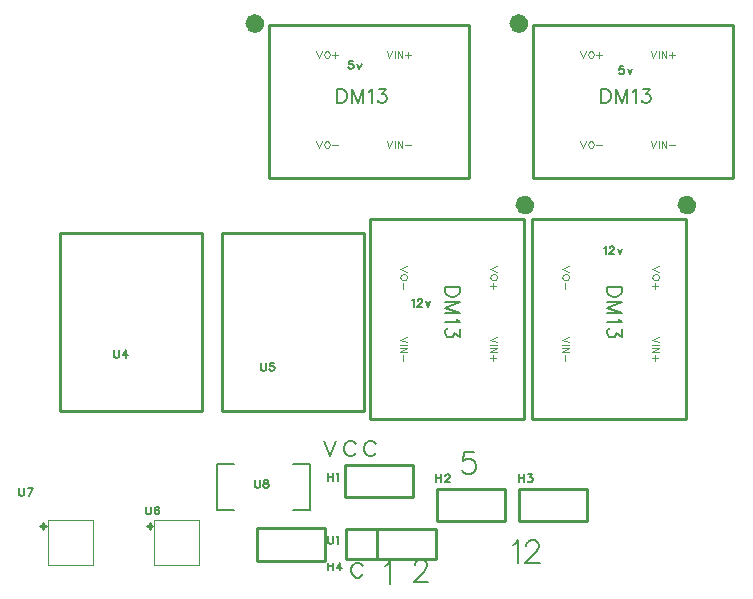
<source format=gto>
G04 Layer: TopSilkscreenLayer*
G04 EasyEDA Pro v2.2.32.3, 2024-10-26 20:26:31*
G04 Gerber Generator version 0.3*
G04 Scale: 100 percent, Rotated: No, Reflected: No*
G04 Dimensions in millimeters*
G04 Leading zeros omitted, absolute positions, 3 integers and 5 decimals*
%FSLAX35Y35*%
%MOMM*%
%ADD10C,0.203*%
%ADD11C,0.1524*%
%ADD12C,0.09906*%
%ADD13C,0.2032*%
%ADD14C,0.254*%
%ADD15C,0.1*%
%ADD16C,1.0061*%
%ADD17C,1.00076*%
G75*


G04 Text Start*
G54D10*
G01X7330440Y1630680D02*
G01X7312660Y1648460D01*
G01X7294880Y1657350D01*
G01X7268210Y1657350D01*
G01X7250430Y1648460D01*
G01X7232650Y1630680D01*
G01X7223760Y1604010D01*
G01X7223760Y1586230D01*
G01X7232650Y1559560D01*
G01X7250430Y1541780D01*
G01X7268210Y1532890D01*
G01X7294880Y1532890D01*
G01X7312660Y1541780D01*
G01X7330440Y1559560D01*
G01X7515860Y1633220D02*
G01X7533640Y1642110D01*
G01X7560310Y1668780D01*
G01X7560310Y1482090D01*
G01X7766050Y1637030D02*
G01X7766050Y1645920D01*
G01X7774940Y1663700D01*
G01X7783830Y1672590D01*
G01X7801610Y1681480D01*
G01X7837170Y1681480D01*
G01X7854950Y1672590D01*
G01X7863840Y1663700D01*
G01X7872730Y1645920D01*
G01X7872730Y1628140D01*
G01X7863840Y1610360D01*
G01X7846060Y1583690D01*
G01X7757160Y1494790D01*
G01X7881620Y1494790D01*
G01X8595360Y1811020D02*
G01X8613140Y1819910D01*
G01X8639810Y1846580D01*
G01X8639810Y1659890D01*
G01X8711692Y1802130D02*
G01X8711692Y1811020D01*
G01X8720582Y1828800D01*
G01X8729472Y1837690D01*
G01X8747252Y1846580D01*
G01X8782812Y1846580D01*
G01X8800592Y1837690D01*
G01X8809482Y1828800D01*
G01X8818372Y1811020D01*
G01X8818372Y1793240D01*
G01X8809482Y1775460D01*
G01X8791702Y1748790D01*
G01X8702802Y1659890D01*
G01X8827262Y1659890D01*
G01X8270240Y2595880D02*
G01X8181340Y2595880D01*
G01X8172450Y2515870D01*
G01X8181340Y2524760D01*
G01X8208010Y2533650D01*
G01X8234680Y2533650D01*
G01X8261350Y2524760D01*
G01X8279130Y2506980D01*
G01X8288020Y2480310D01*
G01X8288020Y2462530D01*
G01X8279130Y2435860D01*
G01X8261350Y2418080D01*
G01X8234680Y2409190D01*
G01X8208010Y2409190D01*
G01X8181340Y2418080D01*
G01X8172450Y2426970D01*
G01X8163560Y2444750D01*
G01X6995160Y2686050D02*
G01X7048500Y2561590D01*
G01X7101840Y2686050D02*
G01X7048500Y2561590D01*
G01X7271512Y2659380D02*
G01X7253732Y2677160D01*
G01X7235952Y2686050D01*
G01X7209282Y2686050D01*
G01X7191502Y2677160D01*
G01X7173722Y2659380D01*
G01X7164832Y2632710D01*
G01X7164832Y2614930D01*
G01X7173722Y2588260D01*
G01X7191502Y2570480D01*
G01X7209282Y2561590D01*
G01X7235952Y2561590D01*
G01X7253732Y2570480D01*
G01X7271512Y2588260D01*
G01X7441184Y2659380D02*
G01X7423404Y2677160D01*
G01X7405624Y2686050D01*
G01X7378954Y2686050D01*
G01X7361174Y2677160D01*
G01X7343394Y2659380D01*
G01X7334504Y2632710D01*
G01X7334504Y2614930D01*
G01X7343394Y2588260D01*
G01X7361174Y2570480D01*
G01X7378954Y2561590D01*
G01X7405624Y2561590D01*
G01X7423404Y2570480D01*
G01X7441184Y2588260D01*
G54D11*
G01X7030720Y2418334D02*
G01X7030720Y2353310D01*
G01X7074154Y2418334D02*
G01X7074154Y2353310D01*
G01X7030720Y2387346D02*
G01X7074154Y2387346D01*
G01X7104380Y2405888D02*
G01X7110476Y2409190D01*
G01X7119620Y2418334D01*
G01X7119620Y2353310D01*
G01X7949209Y2405939D02*
G01X7949209Y2340915D01*
G01X7992643Y2405939D02*
G01X7992643Y2340915D01*
G01X7949209Y2374951D02*
G01X7992643Y2374951D01*
G01X8025917Y2390445D02*
G01X8025917Y2393493D01*
G01X8028965Y2399843D01*
G01X8032013Y2402891D01*
G01X8038109Y2405939D01*
G01X8050555Y2405939D01*
G01X8056905Y2402891D01*
G01X8059953Y2399843D01*
G01X8063001Y2393493D01*
G01X8063001Y2387397D01*
G01X8059953Y2381301D01*
G01X8053603Y2371903D01*
G01X8022869Y2340915D01*
G01X8066049Y2340915D01*
G01X8647709Y2405939D02*
G01X8647709Y2340915D01*
G01X8691143Y2405939D02*
G01X8691143Y2340915D01*
G01X8647709Y2374951D02*
G01X8691143Y2374951D01*
G01X8727465Y2405939D02*
G01X8761501Y2405939D01*
G01X8742959Y2381301D01*
G01X8752103Y2381301D01*
G01X8758453Y2378253D01*
G01X8761501Y2374951D01*
G01X8764549Y2365807D01*
G01X8764549Y2359457D01*
G01X8761501Y2350313D01*
G01X8755405Y2343963D01*
G01X8746007Y2340915D01*
G01X8736609Y2340915D01*
G01X8727465Y2343963D01*
G01X8724417Y2347265D01*
G01X8721369Y2353361D01*
G01X7033006Y1658620D02*
G01X7033006Y1593596D01*
G01X7076440Y1658620D02*
G01X7076440Y1593596D01*
G01X7033006Y1627632D02*
G01X7076440Y1627632D01*
G01X7137400Y1658620D02*
G01X7106666Y1615440D01*
G01X7152894Y1615440D01*
G01X7137400Y1658620D02*
G01X7137400Y1593596D01*
G01X7030720Y1884934D02*
G01X7030720Y1838452D01*
G01X7033768Y1829308D01*
G01X7040118Y1822958D01*
G01X7049262Y1819910D01*
G01X7055612Y1819910D01*
G01X7064756Y1822958D01*
G01X7070852Y1829308D01*
G01X7074154Y1838452D01*
G01X7074154Y1884934D01*
G01X7104380Y1872488D02*
G01X7110476Y1875790D01*
G01X7119620Y1884934D01*
G01X7119620Y1819910D01*
G54D12*
G01X6932930Y5989320D02*
G01X6955282Y5930138D01*
G01X6977888Y5989320D02*
G01X6955282Y5930138D01*
G01X7018274Y5989320D02*
G01X7012686Y5986526D01*
G01X7006844Y5980938D01*
G01X7004050Y5975350D01*
G01X7001256Y5966714D01*
G01X7001256Y5952744D01*
G01X7004050Y5944362D01*
G01X7006844Y5938520D01*
G01X7012686Y5932932D01*
G01X7018274Y5930138D01*
G01X7029450Y5930138D01*
G01X7035038Y5932932D01*
G01X7040880Y5938520D01*
G01X7043674Y5944362D01*
G01X7046468Y5952744D01*
G01X7046468Y5966714D01*
G01X7043674Y5975350D01*
G01X7040880Y5980938D01*
G01X7035038Y5986526D01*
G01X7029450Y5989320D01*
G01X7018274Y5989320D01*
G01X7095236Y5980938D02*
G01X7095236Y5930138D01*
G01X7069836Y5955538D02*
G01X7120636Y5955538D01*
G01X7529830Y5989320D02*
G01X7552182Y5930138D01*
G01X7574788Y5989320D02*
G01X7552182Y5930138D01*
G01X7598156Y5989320D02*
G01X7598156Y5930138D01*
G01X7621778Y5989320D02*
G01X7621778Y5930138D01*
G01X7621778Y5989320D02*
G01X7661148Y5930138D01*
G01X7661148Y5989320D02*
G01X7661148Y5930138D01*
G01X7709916Y5980938D02*
G01X7709916Y5930138D01*
G01X7684516Y5955538D02*
G01X7735316Y5955538D01*
G54D13*
G01X7109460Y5669280D02*
G01X7109460Y5549138D01*
G01X7109460Y5669280D02*
G01X7149592Y5669280D01*
G01X7166610Y5663438D01*
G01X7178040Y5652008D01*
G01X7183882Y5640578D01*
G01X7189470Y5623560D01*
G01X7189470Y5594858D01*
G01X7183882Y5577840D01*
G01X7178040Y5566410D01*
G01X7166610Y5554980D01*
G01X7149592Y5549138D01*
G01X7109460Y5549138D01*
G01X7237222Y5669280D02*
G01X7237222Y5549138D01*
G01X7237222Y5669280D02*
G01X7282942Y5549138D01*
G01X7328662Y5669280D02*
G01X7282942Y5549138D01*
G01X7328662Y5669280D02*
G01X7328662Y5549138D01*
G01X7376414Y5646420D02*
G01X7387844Y5652008D01*
G01X7405116Y5669280D01*
G01X7405116Y5549138D01*
G01X7464298Y5669280D02*
G01X7527290Y5669280D01*
G01X7493000Y5623560D01*
G01X7510018Y5623560D01*
G01X7521448Y5617718D01*
G01X7527290Y5612130D01*
G01X7532878Y5594858D01*
G01X7532878Y5583428D01*
G01X7527290Y5566410D01*
G01X7515860Y5554980D01*
G01X7498588Y5549138D01*
G01X7481570Y5549138D01*
G01X7464298Y5554980D01*
G01X7458710Y5560568D01*
G01X7452868Y5571998D01*
G54D12*
G01X6932930Y5227320D02*
G01X6955282Y5168138D01*
G01X6977888Y5227320D02*
G01X6955282Y5168138D01*
G01X7018274Y5227320D02*
G01X7012686Y5224526D01*
G01X7006844Y5218938D01*
G01X7004050Y5213350D01*
G01X7001256Y5204714D01*
G01X7001256Y5190744D01*
G01X7004050Y5182362D01*
G01X7006844Y5176520D01*
G01X7012686Y5170932D01*
G01X7018274Y5168138D01*
G01X7029450Y5168138D01*
G01X7035038Y5170932D01*
G01X7040880Y5176520D01*
G01X7043674Y5182362D01*
G01X7046468Y5190744D01*
G01X7046468Y5204714D01*
G01X7043674Y5213350D01*
G01X7040880Y5218938D01*
G01X7035038Y5224526D01*
G01X7029450Y5227320D01*
G01X7018274Y5227320D01*
G01X7069836Y5193538D02*
G01X7120636Y5193538D01*
G01X7529830Y5227320D02*
G01X7552182Y5168138D01*
G01X7574788Y5227320D02*
G01X7552182Y5168138D01*
G01X7598156Y5227320D02*
G01X7598156Y5168138D01*
G01X7621778Y5227320D02*
G01X7621778Y5168138D01*
G01X7621778Y5227320D02*
G01X7661148Y5168138D01*
G01X7661148Y5227320D02*
G01X7661148Y5168138D01*
G01X7684516Y5193538D02*
G01X7735316Y5193538D01*
G54D11*
G01X7242404Y5905437D02*
G01X7211416Y5905437D01*
G01X7208368Y5877751D01*
G01X7211416Y5880799D01*
G01X7220814Y5883847D01*
G01X7230212Y5883847D01*
G01X7239356Y5880799D01*
G01X7245452Y5874449D01*
G01X7248754Y5865305D01*
G01X7248754Y5858955D01*
G01X7245452Y5849811D01*
G01X7239356Y5843461D01*
G01X7230212Y5840413D01*
G01X7220814Y5840413D01*
G01X7211416Y5843461D01*
G01X7208368Y5846763D01*
G01X7205320Y5852859D01*
G01X7278980Y5883847D02*
G01X7297522Y5840413D01*
G01X7316064Y5883847D02*
G01X7297522Y5840413D01*
G54D12*
G01X8465820Y4166870D02*
G01X8406638Y4144518D01*
G01X8465820Y4121912D02*
G01X8406638Y4144518D01*
G01X8465820Y4081526D02*
G01X8463026Y4087114D01*
G01X8457438Y4092956D01*
G01X8451850Y4095750D01*
G01X8443214Y4098544D01*
G01X8429244Y4098544D01*
G01X8420862Y4095750D01*
G01X8415020Y4092956D01*
G01X8409432Y4087114D01*
G01X8406638Y4081526D01*
G01X8406638Y4070350D01*
G01X8409432Y4064762D01*
G01X8415020Y4058920D01*
G01X8420862Y4056126D01*
G01X8429244Y4053332D01*
G01X8443214Y4053332D01*
G01X8451850Y4056126D01*
G01X8457438Y4058920D01*
G01X8463026Y4064762D01*
G01X8465820Y4070350D01*
G01X8465820Y4081526D01*
G01X8457438Y4004564D02*
G01X8406638Y4004564D01*
G01X8432038Y4029964D02*
G01X8432038Y3979164D01*
G01X8465820Y3569970D02*
G01X8406638Y3547618D01*
G01X8465820Y3525012D02*
G01X8406638Y3547618D01*
G01X8465820Y3501644D02*
G01X8406638Y3501644D01*
G01X8465820Y3478022D02*
G01X8406638Y3478022D01*
G01X8465820Y3478022D02*
G01X8406638Y3438652D01*
G01X8465820Y3438652D02*
G01X8406638Y3438652D01*
G01X8457438Y3389884D02*
G01X8406638Y3389884D01*
G01X8432038Y3415284D02*
G01X8432038Y3364484D01*
G54D13*
G01X8145780Y3990340D02*
G01X8025638Y3990340D01*
G01X8145780Y3990340D02*
G01X8145780Y3950208D01*
G01X8139938Y3933190D01*
G01X8128508Y3921760D01*
G01X8117078Y3915918D01*
G01X8100060Y3910330D01*
G01X8071358Y3910330D01*
G01X8054340Y3915918D01*
G01X8042910Y3921760D01*
G01X8031480Y3933190D01*
G01X8025638Y3950208D01*
G01X8025638Y3990340D01*
G01X8145780Y3862578D02*
G01X8025638Y3862578D01*
G01X8145780Y3862578D02*
G01X8025638Y3816858D01*
G01X8145780Y3771138D02*
G01X8025638Y3816858D01*
G01X8145780Y3771138D02*
G01X8025638Y3771138D01*
G01X8122920Y3723386D02*
G01X8128508Y3711956D01*
G01X8145780Y3694684D01*
G01X8025638Y3694684D01*
G01X8145780Y3635502D02*
G01X8145780Y3572510D01*
G01X8100060Y3606800D01*
G01X8100060Y3589782D01*
G01X8094218Y3578352D01*
G01X8088630Y3572510D01*
G01X8071358Y3566922D01*
G01X8059928Y3566922D01*
G01X8042910Y3572510D01*
G01X8031480Y3583940D01*
G01X8025638Y3601212D01*
G01X8025638Y3618230D01*
G01X8031480Y3635502D01*
G01X8037068Y3641090D01*
G01X8048498Y3646932D01*
G54D12*
G01X7703820Y4166870D02*
G01X7644638Y4144518D01*
G01X7703820Y4121912D02*
G01X7644638Y4144518D01*
G01X7703820Y4081526D02*
G01X7701026Y4087114D01*
G01X7695438Y4092956D01*
G01X7689850Y4095750D01*
G01X7681214Y4098544D01*
G01X7667244Y4098544D01*
G01X7658862Y4095750D01*
G01X7653020Y4092956D01*
G01X7647432Y4087114D01*
G01X7644638Y4081526D01*
G01X7644638Y4070350D01*
G01X7647432Y4064762D01*
G01X7653020Y4058920D01*
G01X7658862Y4056126D01*
G01X7667244Y4053332D01*
G01X7681214Y4053332D01*
G01X7689850Y4056126D01*
G01X7695438Y4058920D01*
G01X7701026Y4064762D01*
G01X7703820Y4070350D01*
G01X7703820Y4081526D01*
G01X7670038Y4029964D02*
G01X7670038Y3979164D01*
G01X7703820Y3569970D02*
G01X7644638Y3547618D01*
G01X7703820Y3525012D02*
G01X7644638Y3547618D01*
G01X7703820Y3501644D02*
G01X7644638Y3501644D01*
G01X7703820Y3478022D02*
G01X7644638Y3478022D01*
G01X7703820Y3478022D02*
G01X7644638Y3438652D01*
G01X7703820Y3438652D02*
G01X7644638Y3438652D01*
G01X7670038Y3415284D02*
G01X7670038Y3364484D01*
G54D11*
G01X7741920Y3879088D02*
G01X7748016Y3882390D01*
G01X7757414Y3891534D01*
G01X7757414Y3826510D01*
G01X7790688Y3876040D02*
G01X7790688Y3879088D01*
G01X7793736Y3885438D01*
G01X7796784Y3888486D01*
G01X7802880Y3891534D01*
G01X7815326Y3891534D01*
G01X7821676Y3888486D01*
G01X7824724Y3885438D01*
G01X7827772Y3879088D01*
G01X7827772Y3872992D01*
G01X7824724Y3866896D01*
G01X7818374Y3857498D01*
G01X7787640Y3826510D01*
G01X7830820Y3826510D01*
G01X7861046Y3869944D02*
G01X7879588Y3826510D01*
G01X7898130Y3869944D02*
G01X7879588Y3826510D01*
G01X5219192Y3459734D02*
G01X5219192Y3413252D01*
G01X5222240Y3404108D01*
G01X5228590Y3397758D01*
G01X5237734Y3394710D01*
G01X5244084Y3394710D01*
G01X5253228Y3397758D01*
G01X5259324Y3404108D01*
G01X5262626Y3413252D01*
G01X5262626Y3459734D01*
G01X5323586Y3459734D02*
G01X5292852Y3416554D01*
G01X5339080Y3416554D01*
G01X5323586Y3459734D02*
G01X5323586Y3394710D01*
G01X6463030Y3349244D02*
G01X6463030Y3302762D01*
G01X6466078Y3293618D01*
G01X6472428Y3287268D01*
G01X6481572Y3284220D01*
G01X6487922Y3284220D01*
G01X6497066Y3287268D01*
G01X6503162Y3293618D01*
G01X6506464Y3302762D01*
G01X6506464Y3349244D01*
G01X6573774Y3349244D02*
G01X6542786Y3349244D01*
G01X6539738Y3321558D01*
G01X6542786Y3324606D01*
G01X6551930Y3327654D01*
G01X6561328Y3327654D01*
G01X6570726Y3324606D01*
G01X6576822Y3318256D01*
G01X6579870Y3309112D01*
G01X6579870Y3302762D01*
G01X6576822Y3293618D01*
G01X6570726Y3287268D01*
G01X6561328Y3284220D01*
G01X6551930Y3284220D01*
G01X6542786Y3287268D01*
G01X6539738Y3290570D01*
G01X6536690Y3296666D01*
G01X5491020Y2131985D02*
G01X5491020Y2085503D01*
G01X5494068Y2076359D01*
G01X5500418Y2070009D01*
G01X5509562Y2066961D01*
G01X5515912Y2066961D01*
G01X5525056Y2070009D01*
G01X5531152Y2076359D01*
G01X5534454Y2085503D01*
G01X5534454Y2131985D01*
G01X5601764Y2122841D02*
G01X5598716Y2128937D01*
G01X5589318Y2131985D01*
G01X5583222Y2131985D01*
G01X5573824Y2128937D01*
G01X5567728Y2119539D01*
G01X5564680Y2104299D01*
G01X5564680Y2088805D01*
G01X5567728Y2076359D01*
G01X5573824Y2070009D01*
G01X5583222Y2066961D01*
G01X5586270Y2066961D01*
G01X5595414Y2070009D01*
G01X5601764Y2076359D01*
G01X5604812Y2085503D01*
G01X5604812Y2088805D01*
G01X5601764Y2097949D01*
G01X5595414Y2104299D01*
G01X5586270Y2107347D01*
G01X5583222Y2107347D01*
G01X5573824Y2104299D01*
G01X5567728Y2097949D01*
G01X5564680Y2088805D01*
G01X4414520Y2291334D02*
G01X4414520Y2244852D01*
G01X4417568Y2235708D01*
G01X4423918Y2229358D01*
G01X4433062Y2226310D01*
G01X4439412Y2226310D01*
G01X4448556Y2229358D01*
G01X4454652Y2235708D01*
G01X4457954Y2244852D01*
G01X4457954Y2291334D01*
G01X4531360Y2291334D02*
G01X4500372Y2226310D01*
G01X4488180Y2291334D02*
G01X4531360Y2291334D01*
G01X6412230Y2358644D02*
G01X6412230Y2312162D01*
G01X6415278Y2303018D01*
G01X6421628Y2296668D01*
G01X6430772Y2293620D01*
G01X6437122Y2293620D01*
G01X6446266Y2296668D01*
G01X6452362Y2303018D01*
G01X6455664Y2312162D01*
G01X6455664Y2358644D01*
G01X6501130Y2358644D02*
G01X6491986Y2355596D01*
G01X6488938Y2349500D01*
G01X6488938Y2343150D01*
G01X6491986Y2337054D01*
G01X6498082Y2334006D01*
G01X6510528Y2330958D01*
G01X6519926Y2327656D01*
G01X6526022Y2321560D01*
G01X6529070Y2315464D01*
G01X6529070Y2306066D01*
G01X6526022Y2299970D01*
G01X6522974Y2296668D01*
G01X6513576Y2293620D01*
G01X6501130Y2293620D01*
G01X6491986Y2296668D01*
G01X6488938Y2299970D01*
G01X6485890Y2306066D01*
G01X6485890Y2315464D01*
G01X6488938Y2321560D01*
G01X6495034Y2327656D01*
G01X6504432Y2330958D01*
G01X6516624Y2334006D01*
G01X6522974Y2337054D01*
G01X6526022Y2343150D01*
G01X6526022Y2349500D01*
G01X6522974Y2355596D01*
G01X6513576Y2358644D01*
G01X6501130Y2358644D01*
G54D12*
G01X9168130Y5989320D02*
G01X9190482Y5930138D01*
G01X9213088Y5989320D02*
G01X9190482Y5930138D01*
G01X9253474Y5989320D02*
G01X9247886Y5986526D01*
G01X9242044Y5980938D01*
G01X9239250Y5975350D01*
G01X9236456Y5966714D01*
G01X9236456Y5952744D01*
G01X9239250Y5944362D01*
G01X9242044Y5938520D01*
G01X9247886Y5932932D01*
G01X9253474Y5930138D01*
G01X9264650Y5930138D01*
G01X9270238Y5932932D01*
G01X9276080Y5938520D01*
G01X9278874Y5944362D01*
G01X9281668Y5952744D01*
G01X9281668Y5966714D01*
G01X9278874Y5975350D01*
G01X9276080Y5980938D01*
G01X9270238Y5986526D01*
G01X9264650Y5989320D01*
G01X9253474Y5989320D01*
G01X9330436Y5980938D02*
G01X9330436Y5930138D01*
G01X9305036Y5955538D02*
G01X9355836Y5955538D01*
G01X9765030Y5989320D02*
G01X9787382Y5930138D01*
G01X9809988Y5989320D02*
G01X9787382Y5930138D01*
G01X9833356Y5989320D02*
G01X9833356Y5930138D01*
G01X9856978Y5989320D02*
G01X9856978Y5930138D01*
G01X9856978Y5989320D02*
G01X9896348Y5930138D01*
G01X9896348Y5989320D02*
G01X9896348Y5930138D01*
G01X9945116Y5980938D02*
G01X9945116Y5930138D01*
G01X9919716Y5955538D02*
G01X9970516Y5955538D01*
G54D13*
G01X9344660Y5669280D02*
G01X9344660Y5549138D01*
G01X9344660Y5669280D02*
G01X9384792Y5669280D01*
G01X9401810Y5663438D01*
G01X9413240Y5652008D01*
G01X9419082Y5640578D01*
G01X9424670Y5623560D01*
G01X9424670Y5594858D01*
G01X9419082Y5577840D01*
G01X9413240Y5566410D01*
G01X9401810Y5554980D01*
G01X9384792Y5549138D01*
G01X9344660Y5549138D01*
G01X9472422Y5669280D02*
G01X9472422Y5549138D01*
G01X9472422Y5669280D02*
G01X9518142Y5549138D01*
G01X9563862Y5669280D02*
G01X9518142Y5549138D01*
G01X9563862Y5669280D02*
G01X9563862Y5549138D01*
G01X9611614Y5646420D02*
G01X9623044Y5652008D01*
G01X9640316Y5669280D01*
G01X9640316Y5549138D01*
G01X9699498Y5669280D02*
G01X9762490Y5669280D01*
G01X9728200Y5623560D01*
G01X9745218Y5623560D01*
G01X9756648Y5617718D01*
G01X9762490Y5612130D01*
G01X9768078Y5594858D01*
G01X9768078Y5583428D01*
G01X9762490Y5566410D01*
G01X9751060Y5554980D01*
G01X9733788Y5549138D01*
G01X9716770Y5549138D01*
G01X9699498Y5554980D01*
G01X9693910Y5560568D01*
G01X9688068Y5571998D01*
G54D12*
G01X9168130Y5227320D02*
G01X9190482Y5168138D01*
G01X9213088Y5227320D02*
G01X9190482Y5168138D01*
G01X9253474Y5227320D02*
G01X9247886Y5224526D01*
G01X9242044Y5218938D01*
G01X9239250Y5213350D01*
G01X9236456Y5204714D01*
G01X9236456Y5190744D01*
G01X9239250Y5182362D01*
G01X9242044Y5176520D01*
G01X9247886Y5170932D01*
G01X9253474Y5168138D01*
G01X9264650Y5168138D01*
G01X9270238Y5170932D01*
G01X9276080Y5176520D01*
G01X9278874Y5182362D01*
G01X9281668Y5190744D01*
G01X9281668Y5204714D01*
G01X9278874Y5213350D01*
G01X9276080Y5218938D01*
G01X9270238Y5224526D01*
G01X9264650Y5227320D01*
G01X9253474Y5227320D01*
G01X9305036Y5193538D02*
G01X9355836Y5193538D01*
G01X9765030Y5227320D02*
G01X9787382Y5168138D01*
G01X9809988Y5227320D02*
G01X9787382Y5168138D01*
G01X9833356Y5227320D02*
G01X9833356Y5168138D01*
G01X9856978Y5227320D02*
G01X9856978Y5168138D01*
G01X9856978Y5227320D02*
G01X9896348Y5168138D01*
G01X9896348Y5227320D02*
G01X9896348Y5168138D01*
G01X9919716Y5193538D02*
G01X9970516Y5193538D01*
G54D11*
G01X9531604Y5860034D02*
G01X9500616Y5860034D01*
G01X9497568Y5832348D01*
G01X9500616Y5835396D01*
G01X9510014Y5838444D01*
G01X9519412Y5838444D01*
G01X9528556Y5835396D01*
G01X9534652Y5829046D01*
G01X9537954Y5819902D01*
G01X9537954Y5813552D01*
G01X9534652Y5804408D01*
G01X9528556Y5798058D01*
G01X9519412Y5795010D01*
G01X9510014Y5795010D01*
G01X9500616Y5798058D01*
G01X9497568Y5801360D01*
G01X9494520Y5807456D01*
G01X9568180Y5838444D02*
G01X9586722Y5795010D01*
G01X9605264Y5838444D02*
G01X9586722Y5795010D01*
G54D12*
G01X9837420Y4166870D02*
G01X9778238Y4144518D01*
G01X9837420Y4121912D02*
G01X9778238Y4144518D01*
G01X9837420Y4081526D02*
G01X9834626Y4087114D01*
G01X9829038Y4092956D01*
G01X9823450Y4095750D01*
G01X9814814Y4098544D01*
G01X9800844Y4098544D01*
G01X9792462Y4095750D01*
G01X9786620Y4092956D01*
G01X9781032Y4087114D01*
G01X9778238Y4081526D01*
G01X9778238Y4070350D01*
G01X9781032Y4064762D01*
G01X9786620Y4058920D01*
G01X9792462Y4056126D01*
G01X9800844Y4053332D01*
G01X9814814Y4053332D01*
G01X9823450Y4056126D01*
G01X9829038Y4058920D01*
G01X9834626Y4064762D01*
G01X9837420Y4070350D01*
G01X9837420Y4081526D01*
G01X9829038Y4004564D02*
G01X9778238Y4004564D01*
G01X9803638Y4029964D02*
G01X9803638Y3979164D01*
G01X9837420Y3569970D02*
G01X9778238Y3547618D01*
G01X9837420Y3525012D02*
G01X9778238Y3547618D01*
G01X9837420Y3501644D02*
G01X9778238Y3501644D01*
G01X9837420Y3478022D02*
G01X9778238Y3478022D01*
G01X9837420Y3478022D02*
G01X9778238Y3438652D01*
G01X9837420Y3438652D02*
G01X9778238Y3438652D01*
G01X9829038Y3389884D02*
G01X9778238Y3389884D01*
G01X9803638Y3415284D02*
G01X9803638Y3364484D01*
G54D13*
G01X9517380Y3990340D02*
G01X9397238Y3990340D01*
G01X9517380Y3990340D02*
G01X9517380Y3950208D01*
G01X9511538Y3933190D01*
G01X9500108Y3921760D01*
G01X9488678Y3915918D01*
G01X9471660Y3910330D01*
G01X9442958Y3910330D01*
G01X9425940Y3915918D01*
G01X9414510Y3921760D01*
G01X9403080Y3933190D01*
G01X9397238Y3950208D01*
G01X9397238Y3990340D01*
G01X9517380Y3862578D02*
G01X9397238Y3862578D01*
G01X9517380Y3862578D02*
G01X9397238Y3816858D01*
G01X9517380Y3771138D02*
G01X9397238Y3816858D01*
G01X9517380Y3771138D02*
G01X9397238Y3771138D01*
G01X9494520Y3723386D02*
G01X9500108Y3711956D01*
G01X9517380Y3694684D01*
G01X9397238Y3694684D01*
G01X9517380Y3635502D02*
G01X9517380Y3572510D01*
G01X9471660Y3606800D01*
G01X9471660Y3589782D01*
G01X9465818Y3578352D01*
G01X9460230Y3572510D01*
G01X9442958Y3566922D01*
G01X9431528Y3566922D01*
G01X9414510Y3572510D01*
G01X9403080Y3583940D01*
G01X9397238Y3601212D01*
G01X9397238Y3618230D01*
G01X9403080Y3635502D01*
G01X9408668Y3641090D01*
G01X9420098Y3646932D01*
G54D12*
G01X9075420Y4166870D02*
G01X9016238Y4144518D01*
G01X9075420Y4121912D02*
G01X9016238Y4144518D01*
G01X9075420Y4081526D02*
G01X9072626Y4087114D01*
G01X9067038Y4092956D01*
G01X9061450Y4095750D01*
G01X9052814Y4098544D01*
G01X9038844Y4098544D01*
G01X9030462Y4095750D01*
G01X9024620Y4092956D01*
G01X9019032Y4087114D01*
G01X9016238Y4081526D01*
G01X9016238Y4070350D01*
G01X9019032Y4064762D01*
G01X9024620Y4058920D01*
G01X9030462Y4056126D01*
G01X9038844Y4053332D01*
G01X9052814Y4053332D01*
G01X9061450Y4056126D01*
G01X9067038Y4058920D01*
G01X9072626Y4064762D01*
G01X9075420Y4070350D01*
G01X9075420Y4081526D01*
G01X9041638Y4029964D02*
G01X9041638Y3979164D01*
G01X9075420Y3569970D02*
G01X9016238Y3547618D01*
G01X9075420Y3525012D02*
G01X9016238Y3547618D01*
G01X9075420Y3501644D02*
G01X9016238Y3501644D01*
G01X9075420Y3478022D02*
G01X9016238Y3478022D01*
G01X9075420Y3478022D02*
G01X9016238Y3438652D01*
G01X9075420Y3438652D02*
G01X9016238Y3438652D01*
G01X9041638Y3415284D02*
G01X9041638Y3364484D01*
G54D11*
G01X9367520Y4323588D02*
G01X9373616Y4326890D01*
G01X9383014Y4336034D01*
G01X9383014Y4271010D01*
G01X9416288Y4320540D02*
G01X9416288Y4323588D01*
G01X9419336Y4329938D01*
G01X9422384Y4332986D01*
G01X9428480Y4336034D01*
G01X9440926Y4336034D01*
G01X9447276Y4332986D01*
G01X9450324Y4329938D01*
G01X9453372Y4323588D01*
G01X9453372Y4317492D01*
G01X9450324Y4311396D01*
G01X9443974Y4301998D01*
G01X9413240Y4271010D01*
G01X9456420Y4271010D01*
G01X9486646Y4314444D02*
G01X9505188Y4271010D01*
G01X9523730Y4314444D02*
G01X9505188Y4271010D01*
G04 Text End*

G04 PolygonModel Start*
G54D14*
G01X7188200Y1943100D02*
G01X7950200Y1943100D01*
G01X7950200Y1943100D02*
G01X7950200Y1689100D01*
G01X7188200Y1689100D02*
G01X7950200Y1689100D01*
G01X7188200Y1943100D02*
G01X7188200Y1689100D01*
G01X7447044Y1943100D02*
G01X7447044Y1689100D01*
G01X6528816Y6212586D02*
G01X6830568Y6212586D01*
G01X6528816Y6212586D02*
G01X6528816Y5910834D01*
G01X6528816Y5910834D02*
G01X6528816Y4912614D01*
G01X8228584Y6212586D02*
G01X8228584Y5910834D01*
G01X8228584Y5910834D02*
G01X8228584Y4912614D01*
G01X6528816Y4912614D02*
G01X6830568Y4912614D01*
G01X6830568Y4912614D02*
G01X8228584Y4912614D01*
G01X6830568Y6212586D02*
G01X8228584Y6212586D01*
G01X8689086Y4570984D02*
G01X8689086Y4269232D01*
G01X8689086Y4570984D02*
G01X8387334Y4570984D01*
G01X8387334Y4570984D02*
G01X7389114Y4570984D01*
G01X8689086Y2871216D02*
G01X8387334Y2871216D01*
G01X8387334Y2871216D02*
G01X7389114Y2871216D01*
G01X7389114Y4570984D02*
G01X7389114Y4269232D01*
G01X7389114Y4269232D02*
G01X7389114Y2871216D01*
G01X8689086Y4269232D02*
G01X8689086Y2871216D01*
G01X5496100Y1965797D02*
G01X5546100Y1965797D01*
G01X5521101Y1990799D02*
G01X5521099Y1940799D01*
G54D15*
G01X5563100Y2018800D02*
G01X5943100Y2018800D01*
G01X5943100Y2018800D02*
G01X5943100Y1638800D01*
G01X5943100Y1638800D02*
G01X5563100Y1638800D01*
G01X5563100Y1638800D02*
G01X5563100Y2018800D01*
G54D14*
G01X4594400Y1965797D02*
G01X4644400Y1965797D01*
G01X4619401Y1990799D02*
G01X4619399Y1940799D01*
G54D15*
G01X4661400Y2018800D02*
G01X5041400Y2018800D01*
G01X5041400Y2018800D02*
G01X5041400Y1638800D01*
G01X5041400Y1638800D02*
G01X4661400Y1638800D01*
G01X4661400Y1638800D02*
G01X4661400Y2018800D01*
G54D11*
G01X6239581Y2494359D02*
G01X6096086Y2494359D01*
G01X6096086Y2494359D02*
G01X6096086Y2103041D01*
G01X6096086Y2103041D02*
G01X6239581Y2103041D01*
G01X6739819Y2494359D02*
G01X6883314Y2494359D01*
G01X6883314Y2494359D02*
G01X6883314Y2103041D01*
G01X6883314Y2103041D02*
G01X6739819Y2103041D01*
G54D14*
G01X8764016Y6212586D02*
G01X9065768Y6212586D01*
G01X8764016Y6212586D02*
G01X8764016Y5910834D01*
G01X8764016Y5910834D02*
G01X8764016Y4912614D01*
G01X10463784Y6212586D02*
G01X10463784Y5910834D01*
G01X10463784Y5910834D02*
G01X10463784Y4912614D01*
G01X8764016Y4912614D02*
G01X9065768Y4912614D01*
G01X9065768Y4912614D02*
G01X10463784Y4912614D01*
G01X9065768Y6212586D02*
G01X10463784Y6212586D01*
G01X10060686Y4570984D02*
G01X10060686Y4269232D01*
G01X10060686Y4570984D02*
G01X9758934Y4570984D01*
G01X9758934Y4570984D02*
G01X8760714Y4570984D01*
G01X10060686Y2871216D02*
G01X9758934Y2871216D01*
G01X9758934Y2871216D02*
G01X8760714Y2871216D01*
G01X8760714Y4570984D02*
G01X8760714Y4269232D01*
G01X8760714Y4269232D02*
G01X8760714Y2871216D01*
G01X10060686Y4269232D02*
G01X10060686Y2871216D01*

G04 Rect Start*
G01X7179589Y2210511D02*
G01X7179589Y2489505D01*
G01X7755585Y2489505D01*
G01X7755585Y2210511D01*
G01X7179589Y2210511D01*
G01X7954289Y2007311D02*
G01X7954289Y2286305D01*
G01X8530285Y2286305D01*
G01X8530285Y2007311D01*
G01X7954289Y2007311D01*
G01X8652789Y2007311D02*
G01X8652789Y2286305D01*
G01X9228785Y2286305D01*
G01X9228785Y2007311D01*
G01X8652789Y2007311D01*
G01X7006311Y1955089D02*
G01X7006311Y1676095D01*
G01X6430315Y1676095D01*
G01X6430315Y1955089D01*
G01X7006311Y1955089D01*
G01X5962500Y2946400D02*
G01X4762500Y2946400D01*
G01X4762500Y4446400D01*
G01X5962500Y4446400D01*
G01X5962500Y2946400D01*
G01X7334100Y2946400D02*
G01X6134100Y2946400D01*
G01X6134100Y4446400D01*
G01X7334100Y4446400D01*
G01X7334100Y2946400D01*
G04 Rect End*

G04 Circle Start*
G54D17*
G01X6383528Y6223000D02*
G03X6443472Y6223000I29972J0D01*
G03X6383528Y6223000I-29972J0D01*
G01X8669528Y4686300D02*
G03X8729472Y4686300I29972J0D01*
G03X8669528Y4686300I-29972J0D01*
G01X8618728Y6223000D02*
G03X8678672Y6223000I29972J0D01*
G03X8618728Y6223000I-29972J0D01*
G01X10041128Y4686300D02*
G03X10101072Y4686300I29972J0D01*
G03X10041128Y4686300I-29972J0D01*
G04 Circle End*

M02*


</source>
